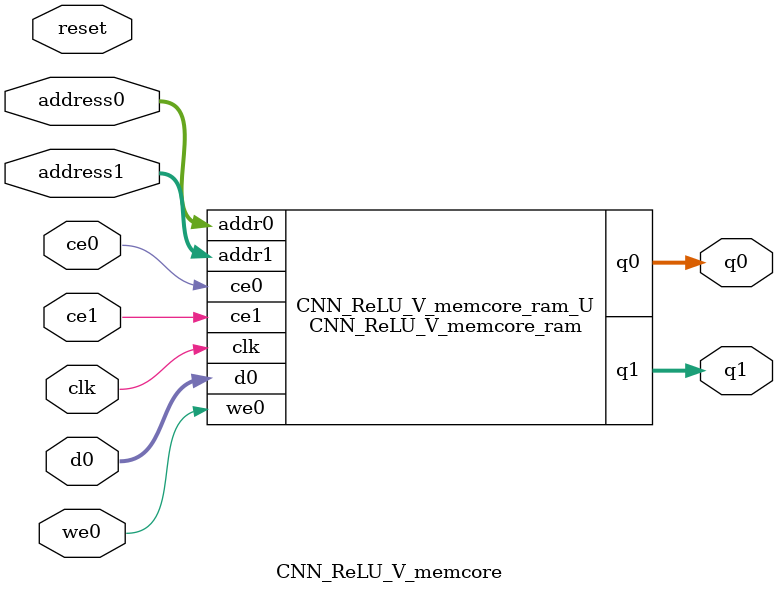
<source format=v>

`timescale 1 ns / 1 ps
module CNN_ReLU_V_memcore_ram (addr0, ce0, d0, we0, q0, addr1, ce1, q1,  clk);

parameter DWIDTH = 48;
parameter AWIDTH = 10;
parameter MEM_SIZE = 784;

input[AWIDTH-1:0] addr0;
input ce0;
input[DWIDTH-1:0] d0;
input we0;
output reg[DWIDTH-1:0] q0;
input[AWIDTH-1:0] addr1;
input ce1;
output reg[DWIDTH-1:0] q1;
input clk;

(* ram_style = "block" *)reg [DWIDTH-1:0] ram[0:MEM_SIZE-1];




always @(posedge clk)  
begin 
    if (ce0) 
    begin
        if (we0) 
        begin 
            ram[addr0] <= d0; 
            q0 <= d0;
        end 
        else 
            q0 <= ram[addr0];
    end
end


always @(posedge clk)  
begin 
    if (ce1) 
    begin
            q1 <= ram[addr1];
    end
end


endmodule


`timescale 1 ns / 1 ps
module CNN_ReLU_V_memcore(
    reset,
    clk,
    address0,
    ce0,
    we0,
    d0,
    q0,
    address1,
    ce1,
    q1);

parameter DataWidth = 32'd48;
parameter AddressRange = 32'd784;
parameter AddressWidth = 32'd10;
input reset;
input clk;
input[AddressWidth - 1:0] address0;
input ce0;
input we0;
input[DataWidth - 1:0] d0;
output[DataWidth - 1:0] q0;
input[AddressWidth - 1:0] address1;
input ce1;
output[DataWidth - 1:0] q1;



CNN_ReLU_V_memcore_ram CNN_ReLU_V_memcore_ram_U(
    .clk( clk ),
    .addr0( address0 ),
    .ce0( ce0 ),
    .we0( we0 ),
    .d0( d0 ),
    .q0( q0 ),
    .addr1( address1 ),
    .ce1( ce1 ),
    .q1( q1 ));

endmodule


</source>
